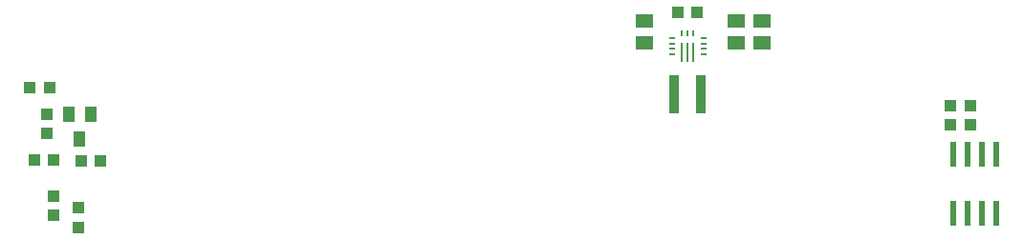
<source format=gbp>
G75*
%MOIN*%
%OFA0B0*%
%FSLAX25Y25*%
%IPPOS*%
%LPD*%
%AMOC8*
5,1,8,0,0,1.08239X$1,22.5*
%
%ADD10R,0.00900X0.07000*%
%ADD11R,0.02400X0.00900*%
%ADD12R,0.00900X0.02400*%
%ADD13R,0.05906X0.05118*%
%ADD14R,0.03937X0.04331*%
%ADD15R,0.03800X0.13200*%
%ADD16R,0.03937X0.05512*%
%ADD17R,0.04331X0.03937*%
%ADD18R,0.02362X0.08661*%
D10*
X0270174Y0135302D03*
X0272103Y0135302D03*
X0274032Y0135302D03*
D11*
X0277615Y0134534D03*
X0277615Y0136502D03*
X0277615Y0138471D03*
X0277615Y0140439D03*
X0266591Y0140439D03*
X0266591Y0138471D03*
X0266591Y0136502D03*
X0266591Y0134534D03*
D12*
X0270134Y0142014D03*
X0272103Y0142014D03*
X0274071Y0142014D03*
D13*
X0289071Y0138746D03*
X0298087Y0138746D03*
X0298087Y0146227D03*
X0289071Y0146227D03*
X0257103Y0146227D03*
X0257103Y0138746D03*
D14*
X0059780Y0074140D03*
X0051000Y0078432D03*
X0059780Y0080833D03*
X0051000Y0085124D03*
X0051158Y0097605D03*
X0044465Y0097605D03*
X0060843Y0097329D03*
X0067536Y0097329D03*
X0049544Y0123038D03*
X0042851Y0123038D03*
X0268756Y0149455D03*
X0275449Y0149455D03*
X0363871Y0116602D03*
X0370795Y0116602D03*
X0370795Y0109909D03*
X0363871Y0109909D03*
D15*
X0276753Y0120518D03*
X0267453Y0120518D03*
D16*
X0063914Y0113707D03*
X0056434Y0113707D03*
X0060174Y0105046D03*
D17*
X0048560Y0107014D03*
X0048560Y0113707D03*
D18*
X0364823Y0099573D03*
X0369823Y0099573D03*
X0374823Y0099573D03*
X0379823Y0099573D03*
X0379823Y0079101D03*
X0374823Y0079101D03*
X0369823Y0079101D03*
X0364823Y0079101D03*
M02*

</source>
